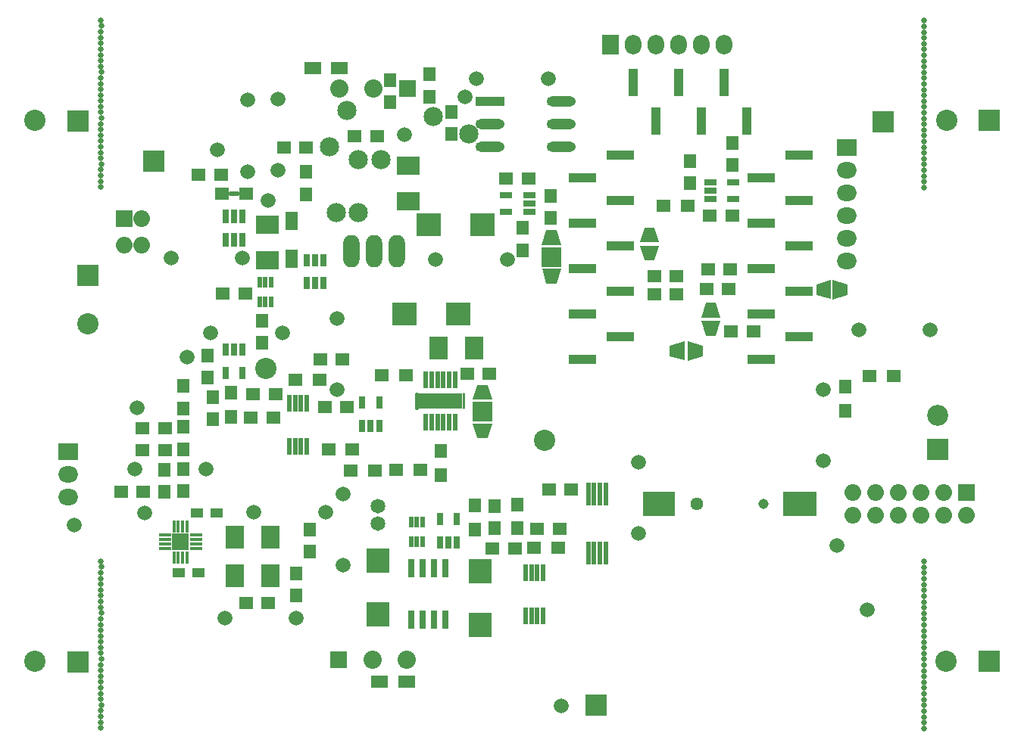
<source format=gts>
G04 #@! TF.FileFunction,Soldermask,Top*
%FSLAX46Y46*%
G04 Gerber Fmt 4.6, Leading zero omitted, Abs format (unit mm)*
G04 Created by KiCad (PCBNEW 4.0.6) date Friday, May 24, 2019 'PMt' 09:54:45 PM*
%MOMM*%
%LPD*%
G01*
G04 APERTURE LIST*
%ADD10C,0.100000*%
%ADD11R,0.550000X1.850000*%
%ADD12C,1.664000*%
%ADD13C,0.740000*%
%ADD14R,1.640000X1.440000*%
%ADD15R,2.375200X2.375200*%
%ADD16C,2.375200*%
%ADD17C,0.640000*%
%ADD18R,1.840000X1.840000*%
%ADD19C,2.040000*%
%ADD20R,2.340000X2.340000*%
%ADD21C,2.340000*%
%ADD22R,2.740000X2.540000*%
%ADD23R,1.867200X1.867200*%
%ADD24O,1.867200X1.867200*%
%ADD25R,3.800000X2.740000*%
%ADD26R,3.680000X2.740000*%
%ADD27C,1.140000*%
%ADD28C,1.440000*%
%ADD29R,1.390000X1.640000*%
%ADD30R,1.640000X1.390000*%
%ADD31R,2.140000X2.640000*%
%ADD32R,2.172000X2.172000*%
%ADD33R,3.240000X1.140000*%
%ADD34O,3.240000X1.140000*%
%ADD35R,0.770000X1.420000*%
%ADD36O,1.839260X3.640120*%
%ADD37R,1.440000X1.640000*%
%ADD38R,2.172000X1.867200*%
%ADD39O,2.172000X1.867200*%
%ADD40R,0.770000X1.620000*%
%ADD41R,1.420000X0.770000*%
%ADD42R,1.140000X3.140000*%
%ADD43R,3.140000X1.140000*%
%ADD44R,1.867200X2.172000*%
%ADD45O,1.867200X2.172000*%
%ADD46R,1.360000X2.050000*%
%ADD47R,0.570000X2.620000*%
%ADD48R,1.340000X1.040000*%
%ADD49C,0.420000*%
%ADD50R,1.320000X0.400000*%
%ADD51R,0.400000X1.320000*%
%ADD52R,1.971660X1.971660*%
%ADD53C,1.320000*%
%ADD54R,2.640000X2.140000*%
%ADD55C,1.620000*%
%ADD56R,0.570000X1.870000*%
%ADD57R,4.965000X1.771000*%
%ADD58R,0.540000X1.180000*%
%ADD59R,2.540000X2.740000*%
%ADD60R,0.740000X2.140000*%
%ADD61R,1.840000X1.440000*%
%ADD62C,1.640000*%
%ADD63C,2.140000*%
%ADD64C,0.254000*%
G04 APERTURE END LIST*
D10*
D11*
X73275000Y-97030000D03*
X73925000Y-97030000D03*
X74575000Y-97030000D03*
X75225000Y-97030000D03*
X75225000Y-92230000D03*
X74575000Y-92230000D03*
X73925000Y-92230000D03*
X73275000Y-92230000D03*
D12*
X38843146Y-44913146D03*
X44500000Y-50570000D03*
D13*
X44500000Y-50570000D03*
X38843146Y-44913146D03*
D14*
X42010000Y-49760000D03*
X39310000Y-49760000D03*
D15*
X125110000Y-41600000D03*
D16*
X120330000Y-41590000D03*
D17*
X117820000Y-49110000D03*
X117820000Y-48470000D03*
X117820000Y-47830000D03*
X117820000Y-47180000D03*
X117840000Y-46530000D03*
X117820000Y-45890000D03*
X117820000Y-45250000D03*
X117820000Y-44610000D03*
X117820000Y-39460000D03*
X117820000Y-40100000D03*
X117820000Y-40740000D03*
X117840000Y-41380000D03*
X117820000Y-42030000D03*
X117820000Y-42680000D03*
X117820000Y-43320000D03*
X117820000Y-43960000D03*
X117820000Y-33670000D03*
X117820000Y-33030000D03*
X117820000Y-32390000D03*
X117840000Y-31090000D03*
X117820000Y-30450000D03*
X117820000Y-34320000D03*
X117820000Y-34960000D03*
X117820000Y-35600000D03*
X117840000Y-36240000D03*
X117820000Y-36890000D03*
X117820000Y-37540000D03*
X117820000Y-38180000D03*
X117820000Y-38820000D03*
D15*
X23220000Y-41640000D03*
D16*
X18450000Y-41580000D03*
D17*
X25820000Y-38770000D03*
X25820000Y-38130000D03*
X25820000Y-37490000D03*
X25820000Y-36840000D03*
X25840000Y-36190000D03*
X25820000Y-35550000D03*
X25820000Y-34910000D03*
X25820000Y-34270000D03*
X25820000Y-30400000D03*
X25840000Y-31040000D03*
X25820000Y-31690000D03*
X25820000Y-32340000D03*
X25820000Y-32980000D03*
X25820000Y-33620000D03*
X25820000Y-43910000D03*
X25820000Y-43270000D03*
X25820000Y-42630000D03*
X25820000Y-41980000D03*
X25840000Y-41330000D03*
X25820000Y-40690000D03*
X25820000Y-40050000D03*
X25820000Y-39410000D03*
X25820000Y-44560000D03*
X25820000Y-45200000D03*
X25820000Y-45840000D03*
X25840000Y-46480000D03*
X25820000Y-47130000D03*
X25820000Y-47780000D03*
X25820000Y-48420000D03*
X25820000Y-49060000D03*
X25810000Y-109590000D03*
X25810000Y-108950000D03*
X25810000Y-108310000D03*
X25810000Y-107660000D03*
X25830000Y-107010000D03*
X25810000Y-106370000D03*
X25810000Y-105730000D03*
X25810000Y-105090000D03*
X25810000Y-99940000D03*
X25810000Y-100580000D03*
X25810000Y-101220000D03*
X25830000Y-101860000D03*
X25810000Y-102510000D03*
X25810000Y-103160000D03*
X25810000Y-103800000D03*
X25810000Y-104440000D03*
X25810000Y-94150000D03*
X25810000Y-93510000D03*
X25810000Y-92870000D03*
X25810000Y-92220000D03*
X25830000Y-91570000D03*
X25810000Y-90930000D03*
X25810000Y-94800000D03*
X25810000Y-95440000D03*
X25810000Y-96080000D03*
X25830000Y-96720000D03*
X25810000Y-97370000D03*
X25810000Y-98020000D03*
X25810000Y-98660000D03*
X25810000Y-99300000D03*
X117800000Y-99340000D03*
X117800000Y-98700000D03*
X117800000Y-98060000D03*
X117800000Y-97410000D03*
X117800000Y-104480000D03*
X117800000Y-103840000D03*
X117800000Y-103200000D03*
X117800000Y-102550000D03*
X117820000Y-101900000D03*
X117800000Y-101260000D03*
X117800000Y-100620000D03*
X117800000Y-99980000D03*
X117800000Y-105130000D03*
X117800000Y-105770000D03*
X117800000Y-106410000D03*
X117820000Y-107050000D03*
X117800000Y-107700000D03*
X117800000Y-108350000D03*
X117800000Y-108990000D03*
D18*
X52380000Y-101980000D03*
D19*
X56190000Y-101980000D03*
X60000000Y-101980000D03*
D18*
X60050000Y-38020000D03*
D19*
X56240000Y-38020000D03*
X52430000Y-38020000D03*
D16*
X44260000Y-69400000D03*
X24350000Y-64370000D03*
D15*
X24350000Y-58950000D03*
D20*
X119360000Y-78380000D03*
D21*
X119360000Y-74570000D03*
D22*
X59750000Y-63280000D03*
X65750000Y-63280000D03*
D23*
X122570000Y-83280000D03*
D24*
X122570000Y-85820000D03*
X120030000Y-83280000D03*
X120030000Y-85820000D03*
X117490000Y-83280000D03*
X117490000Y-85820000D03*
X114950000Y-83280000D03*
X114950000Y-85820000D03*
X112410000Y-83280000D03*
X112410000Y-85820000D03*
X109870000Y-83280000D03*
X109870000Y-85820000D03*
D25*
X103960000Y-84490000D03*
D26*
X88160000Y-84490000D03*
D27*
X99890000Y-84490000D03*
D28*
X92390000Y-84490000D03*
D29*
X38310000Y-75070000D03*
X38310000Y-72570000D03*
X43860000Y-66520000D03*
X43860000Y-64020000D03*
D30*
X32970000Y-76080000D03*
X30470000Y-76080000D03*
X30560000Y-83180000D03*
X28060000Y-83180000D03*
D29*
X47670000Y-92270000D03*
X47670000Y-94770000D03*
X37760000Y-67900000D03*
X37760000Y-70400000D03*
X35030000Y-71330000D03*
X35030000Y-73830000D03*
D30*
X45070000Y-74830000D03*
X42570000Y-74830000D03*
X44500000Y-95640000D03*
X42000000Y-95640000D03*
D22*
X62420000Y-53260000D03*
X68420000Y-53260000D03*
D29*
X48770000Y-49870000D03*
X48770000Y-47370000D03*
D30*
X54190000Y-43360000D03*
X56690000Y-43360000D03*
X48760000Y-44620000D03*
X46260000Y-44620000D03*
D29*
X62540000Y-36450000D03*
X62540000Y-38950000D03*
X64960000Y-43120000D03*
X64960000Y-40620000D03*
X58170000Y-39560000D03*
X58170000Y-37060000D03*
X76120000Y-50040000D03*
X76120000Y-52540000D03*
D30*
X73610000Y-48080000D03*
X71110000Y-48080000D03*
D29*
X72980000Y-56120000D03*
X72980000Y-53620000D03*
D30*
X52820000Y-68380000D03*
X50320000Y-68380000D03*
X42840000Y-72280000D03*
X45340000Y-72280000D03*
X50830000Y-73710000D03*
X53330000Y-73710000D03*
D31*
X63520000Y-67060000D03*
X67520000Y-67060000D03*
D30*
X66760000Y-69960000D03*
X69260000Y-69960000D03*
X93500000Y-60500000D03*
X96000000Y-60500000D03*
X87670000Y-59010000D03*
X90170000Y-59010000D03*
X90170000Y-61080000D03*
X87670000Y-61080000D03*
X96250000Y-65190000D03*
X98750000Y-65190000D03*
D29*
X96360000Y-44120000D03*
X96360000Y-46620000D03*
D30*
X93890000Y-52240000D03*
X96390000Y-52240000D03*
D29*
X91640000Y-46140000D03*
X91640000Y-48640000D03*
D10*
G36*
X91024570Y-66329430D02*
X91024570Y-68470570D01*
X89383430Y-67970570D01*
X89383430Y-66829430D01*
X91024570Y-66329430D01*
X91024570Y-66329430D01*
G37*
G36*
X91404000Y-68482000D02*
X91404000Y-66318000D01*
X93068000Y-66818000D01*
X93068000Y-67982000D01*
X91404000Y-68482000D01*
X91404000Y-68482000D01*
G37*
G36*
X86059430Y-55635430D02*
X88200570Y-55635430D01*
X87700570Y-57276570D01*
X86559430Y-57276570D01*
X86059430Y-55635430D01*
X86059430Y-55635430D01*
G37*
G36*
X88212000Y-55256000D02*
X86048000Y-55256000D01*
X86548000Y-53592000D01*
X87712000Y-53592000D01*
X88212000Y-55256000D01*
X88212000Y-55256000D01*
G37*
G36*
X95060570Y-63664570D02*
X92919430Y-63664570D01*
X93419430Y-62023430D01*
X94560570Y-62023430D01*
X95060570Y-63664570D01*
X95060570Y-63664570D01*
G37*
G36*
X92908000Y-64044000D02*
X95072000Y-64044000D01*
X94572000Y-65708000D01*
X93408000Y-65708000D01*
X92908000Y-64044000D01*
X92908000Y-64044000D01*
G37*
G36*
X69552000Y-72853000D02*
X67388000Y-72853000D01*
X67888000Y-71189000D01*
X69052000Y-71189000D01*
X69552000Y-72853000D01*
X69552000Y-72853000D01*
G37*
G36*
X67399430Y-75518430D02*
X69540570Y-75518430D01*
X69040570Y-77159570D01*
X67899430Y-77159570D01*
X67399430Y-75518430D01*
X67399430Y-75518430D01*
G37*
D32*
X68470000Y-74180000D03*
D14*
X50250000Y-70630000D03*
X47550000Y-70630000D03*
D33*
X69310000Y-39470000D03*
D34*
X77250000Y-39470000D03*
X69310000Y-42010000D03*
X77250000Y-42010000D03*
X69310000Y-44550000D03*
X77250000Y-44550000D03*
D35*
X49760000Y-57230000D03*
X48810000Y-59830000D03*
X49760000Y-59830000D03*
X50710000Y-59830000D03*
X50710000Y-57230000D03*
X48810000Y-57230000D03*
D36*
X56310000Y-56270000D03*
X53770000Y-56270000D03*
X58850000Y-56270000D03*
D37*
X40390000Y-72070000D03*
X40390000Y-74770000D03*
X109020000Y-71380000D03*
X109020000Y-74080000D03*
D14*
X53750000Y-80750000D03*
X56450000Y-80750000D03*
X51230000Y-78460000D03*
X53930000Y-78460000D03*
D37*
X63790000Y-78570000D03*
X63790000Y-81270000D03*
D14*
X59890000Y-70080000D03*
X57190000Y-70080000D03*
X91400000Y-51130000D03*
X88700000Y-51130000D03*
D38*
X22150000Y-78660000D03*
D39*
X22150000Y-81200000D03*
X22150000Y-83740000D03*
D35*
X41630000Y-67260000D03*
X40680000Y-67260000D03*
X39730000Y-67260000D03*
X39730000Y-69860000D03*
X41630000Y-69860000D03*
D40*
X41650000Y-52300000D03*
X40700000Y-52300000D03*
X39750000Y-52300000D03*
X39750000Y-55000000D03*
X41650000Y-55000000D03*
X40700000Y-55000000D03*
D41*
X73720000Y-51830000D03*
X73720000Y-50880000D03*
X73720000Y-49930000D03*
X71120000Y-49930000D03*
X71120000Y-51830000D03*
D35*
X55010000Y-75770000D03*
X55960000Y-75770000D03*
X56910000Y-75770000D03*
X56910000Y-73170000D03*
X55010000Y-73170000D03*
D41*
X93920000Y-48510000D03*
X93920000Y-49460000D03*
X93920000Y-50410000D03*
X96520000Y-50410000D03*
X96520000Y-48510000D03*
D12*
X77250000Y-107130000D03*
D15*
X81190000Y-107020000D03*
X113270000Y-41800000D03*
X31740000Y-46180000D03*
D42*
X85332850Y-37365150D03*
X87872850Y-41665150D03*
X90412850Y-37365150D03*
X92952850Y-41665150D03*
X95492850Y-37365150D03*
X98032850Y-41665150D03*
D43*
X83895100Y-45525400D03*
X79595100Y-48065400D03*
X83895100Y-50605400D03*
X79595100Y-53145400D03*
X83895100Y-55685400D03*
X79595100Y-58225400D03*
X83895100Y-60765400D03*
X79595100Y-63305400D03*
X83895100Y-65845400D03*
X79595100Y-68385400D03*
X103890000Y-45500000D03*
X99590000Y-48040000D03*
X103890000Y-50580000D03*
X99590000Y-53120000D03*
X103890000Y-55660000D03*
X99590000Y-58200000D03*
X103890000Y-60740000D03*
X99590000Y-63280000D03*
X103890000Y-65820000D03*
X99590000Y-68360000D03*
D30*
X36720000Y-47720000D03*
X39220000Y-47720000D03*
D23*
X28390000Y-52580000D03*
D24*
X28390000Y-55570000D03*
X30390000Y-52580000D03*
X30390000Y-55570000D03*
D44*
X82790000Y-33110000D03*
D45*
X85330000Y-33110000D03*
X87870000Y-33110000D03*
X90410000Y-33110000D03*
X92950000Y-33110000D03*
X95490000Y-33110000D03*
D38*
X109190000Y-44650000D03*
D39*
X109190000Y-47190000D03*
X109190000Y-49730000D03*
X109190000Y-52270000D03*
X109190000Y-54810000D03*
X109190000Y-57350000D03*
D29*
X49190000Y-87390000D03*
X49190000Y-89890000D03*
D30*
X32970000Y-78500000D03*
X30470000Y-78500000D03*
D16*
X75360000Y-77380000D03*
D10*
G36*
X107424570Y-59469430D02*
X107424570Y-61610570D01*
X105783430Y-61110570D01*
X105783430Y-59969430D01*
X107424570Y-59469430D01*
X107424570Y-59469430D01*
G37*
G36*
X107604000Y-61622000D02*
X107604000Y-59458000D01*
X109268000Y-59958000D01*
X109268000Y-61122000D01*
X107604000Y-61622000D01*
X107604000Y-61622000D01*
G37*
D29*
X35030000Y-75910000D03*
X35030000Y-78410000D03*
X35010000Y-80610000D03*
X35010000Y-83110000D03*
D46*
X47080000Y-57125000D03*
X47080000Y-52855000D03*
D29*
X32890000Y-83170000D03*
X32890000Y-80670000D03*
D17*
X117800000Y-109630000D03*
D16*
X120310000Y-102110000D03*
D15*
X125090000Y-102120000D03*
D16*
X18440000Y-102110000D03*
D15*
X23210000Y-102170000D03*
D30*
X78400000Y-82910000D03*
X75900000Y-82910000D03*
D14*
X114420000Y-70210000D03*
X111720000Y-70210000D03*
D47*
X80285000Y-90010000D03*
X80935000Y-90010000D03*
X81585000Y-90010000D03*
X82235000Y-90010000D03*
X82235000Y-83410000D03*
X81585000Y-83410000D03*
X80935000Y-83410000D03*
X80285000Y-83410000D03*
D10*
G36*
X77262000Y-55553000D02*
X75098000Y-55553000D01*
X75598000Y-53889000D01*
X76762000Y-53889000D01*
X77262000Y-55553000D01*
X77262000Y-55553000D01*
G37*
G36*
X75109430Y-58218430D02*
X77250570Y-58218430D01*
X76750570Y-59859570D01*
X75609430Y-59859570D01*
X75109430Y-58218430D01*
X75109430Y-58218430D01*
G37*
D32*
X76180000Y-56880000D03*
D30*
X96150000Y-58310000D03*
X93650000Y-58310000D03*
X74590000Y-87280000D03*
X77090000Y-87280000D03*
X69590000Y-89470000D03*
X72090000Y-89470000D03*
D29*
X69785000Y-84745000D03*
X69785000Y-87245000D03*
D48*
X38710000Y-85500000D03*
X36510000Y-85500000D03*
X36700000Y-92210000D03*
X34500000Y-92210000D03*
D14*
X76890000Y-89460000D03*
X74190000Y-89460000D03*
D49*
X34986860Y-88018160D03*
X34461080Y-88018160D03*
X33965780Y-88028320D03*
X33958160Y-88490600D03*
X33955620Y-89008760D03*
X33975940Y-89511680D03*
X34438220Y-89516760D03*
X34946220Y-89529460D03*
X35444060Y-89506600D03*
X35459300Y-89006220D03*
X35459300Y-88505840D03*
D50*
X36440000Y-89520000D03*
X36440000Y-89020000D03*
X36440000Y-88520000D03*
X36440000Y-88020000D03*
D51*
X35460000Y-87044420D03*
X34960000Y-87044420D03*
X34460000Y-87044420D03*
X33960000Y-87044420D03*
D50*
X32984420Y-88020000D03*
X32984420Y-88520000D03*
X32984420Y-89020000D03*
X32984420Y-89520000D03*
D51*
X33960000Y-90495580D03*
X34460000Y-90495580D03*
X34960000Y-90495580D03*
X35460000Y-90495580D03*
D52*
X34710000Y-88770000D03*
D49*
X35433900Y-88038480D03*
D53*
X34710000Y-88770000D03*
D12*
X39670000Y-97290000D03*
X47670000Y-97290000D03*
D13*
X47670000Y-97290000D03*
X39670000Y-97290000D03*
D12*
X22831538Y-86889185D03*
X30710000Y-85500000D03*
D13*
X30710000Y-85500000D03*
X22831538Y-86889185D03*
D12*
X29580000Y-80660000D03*
X37580000Y-80660000D03*
D13*
X37580000Y-80660000D03*
X29580000Y-80660000D03*
D12*
X29813146Y-73776854D03*
X35470000Y-68120000D03*
D13*
X35470000Y-68120000D03*
X29813146Y-73776854D03*
D12*
X52840000Y-91400000D03*
X52840000Y-83400000D03*
D13*
X52840000Y-83400000D03*
X52840000Y-91400000D03*
D12*
X52200000Y-71740000D03*
X52200000Y-63740000D03*
D13*
X52200000Y-63740000D03*
X52200000Y-71740000D03*
D12*
X33630000Y-56970000D03*
X41630000Y-56970000D03*
D13*
X41630000Y-56970000D03*
X33630000Y-56970000D03*
D12*
X38100000Y-65360000D03*
X46100000Y-65360000D03*
D13*
X46100000Y-65360000D03*
X38100000Y-65360000D03*
D12*
X45620000Y-39180000D03*
X45620000Y-47180000D03*
D13*
X45620000Y-47180000D03*
X45620000Y-39180000D03*
D12*
X75810000Y-36940000D03*
X67810000Y-36940000D03*
D13*
X67810000Y-36940000D03*
X75810000Y-36940000D03*
D12*
X63220000Y-57210000D03*
X71220000Y-57210000D03*
D13*
X71220000Y-57210000D03*
X63220000Y-57210000D03*
D12*
X42190000Y-39330000D03*
X42190000Y-47330000D03*
D13*
X42190000Y-47330000D03*
X42190000Y-39330000D03*
D12*
X118500000Y-65070000D03*
X110500000Y-65070000D03*
D13*
X110500000Y-65070000D03*
X118500000Y-65070000D03*
D12*
X106560000Y-79690000D03*
X106560000Y-71690000D03*
D13*
X106560000Y-71690000D03*
X106560000Y-79690000D03*
D12*
X111430946Y-96400462D03*
X108050000Y-89150000D03*
D13*
X108050000Y-89150000D03*
X111430946Y-96400462D03*
D12*
X85920000Y-79840000D03*
X85920000Y-87840000D03*
D13*
X85920000Y-87840000D03*
X85920000Y-79840000D03*
D12*
X66524385Y-38970646D03*
X59740000Y-43210000D03*
D13*
X59740000Y-43210000D03*
X66524385Y-38970646D03*
D54*
X44400000Y-53240000D03*
X44400000Y-57240000D03*
D11*
X46855000Y-78060000D03*
X47505000Y-78060000D03*
X48155000Y-78060000D03*
X48805000Y-78060000D03*
X48805000Y-73260000D03*
X48155000Y-73260000D03*
X47505000Y-73260000D03*
X46855000Y-73260000D03*
D12*
X50890000Y-85440000D03*
X42890000Y-85440000D03*
D13*
X42890000Y-85440000D03*
X50890000Y-85440000D03*
D55*
X63762700Y-72977140D03*
D56*
X65375000Y-75400000D03*
X64725000Y-75400000D03*
X62125000Y-70600000D03*
X62775000Y-70600000D03*
X62125000Y-75400000D03*
X62775000Y-75400000D03*
X63425000Y-75400000D03*
X64075000Y-75400000D03*
X65375000Y-70600000D03*
X64725000Y-70600000D03*
X64075000Y-70600000D03*
X63425000Y-70600000D03*
D57*
X63750000Y-73000000D03*
D55*
X65350000Y-73000000D03*
X62150000Y-73000000D03*
D30*
X41930000Y-60940000D03*
X39430000Y-60940000D03*
D58*
X44850000Y-59750000D03*
X44200000Y-59750000D03*
X43550000Y-59750000D03*
X43550000Y-61950000D03*
X44850000Y-61950000D03*
X44200000Y-61950000D03*
D54*
X60150000Y-50640000D03*
X60150000Y-46640000D03*
D59*
X56745000Y-90905000D03*
X56745000Y-96905000D03*
X68170000Y-98020000D03*
X68170000Y-92020000D03*
D58*
X61775000Y-86545000D03*
X61125000Y-86545000D03*
X60475000Y-86545000D03*
X60475000Y-88745000D03*
X61775000Y-88745000D03*
X61125000Y-88745000D03*
D31*
X40780000Y-92540000D03*
X44780000Y-92540000D03*
X40780000Y-88260000D03*
X44780000Y-88260000D03*
D14*
X61480000Y-80720000D03*
X58780000Y-80720000D03*
D37*
X72370000Y-84560000D03*
X72370000Y-87260000D03*
X67625000Y-84665000D03*
X67625000Y-87365000D03*
D60*
X60530000Y-97475000D03*
X61800000Y-97475000D03*
X63070000Y-97475000D03*
X64340000Y-97475000D03*
X64340000Y-91675000D03*
X63070000Y-91675000D03*
X61800000Y-91675000D03*
X60530000Y-91675000D03*
D35*
X63685000Y-88795000D03*
X64635000Y-88795000D03*
X65585000Y-88795000D03*
X65585000Y-86195000D03*
X63685000Y-86195000D03*
D61*
X59950000Y-104380000D03*
X56950000Y-104380000D03*
X52460000Y-35780000D03*
X49460000Y-35780000D03*
D17*
X117820000Y-31740000D03*
X117820000Y-91610000D03*
X117800000Y-92260000D03*
X117800000Y-92910000D03*
X117800000Y-93550000D03*
X117800000Y-94190000D03*
X117800000Y-94840000D03*
X117800000Y-95480000D03*
X117800000Y-96120000D03*
X117820000Y-96760000D03*
X117800000Y-90970000D03*
D62*
X56760000Y-84730000D03*
X56760000Y-86730000D03*
D63*
X54590000Y-45950000D03*
X54590000Y-51950000D03*
X52090000Y-51950000D03*
X57090000Y-45950000D03*
X51325100Y-44520000D03*
X53268200Y-40520000D03*
X62930000Y-41195100D03*
X66930000Y-43138200D03*
D64*
G36*
X61163000Y-73883000D02*
X61007000Y-73883000D01*
X61007000Y-72147000D01*
X61163000Y-72147000D01*
X61163000Y-73883000D01*
X61163000Y-73883000D01*
G37*
X61163000Y-73883000D02*
X61007000Y-73883000D01*
X61007000Y-72147000D01*
X61163000Y-72147000D01*
X61163000Y-73883000D01*
G36*
X66383000Y-73803000D02*
X66327000Y-73803000D01*
X66327000Y-72167000D01*
X66383000Y-72167000D01*
X66383000Y-73803000D01*
X66383000Y-73803000D01*
G37*
X66383000Y-73803000D02*
X66327000Y-73803000D01*
X66327000Y-72167000D01*
X66383000Y-72167000D01*
X66383000Y-73803000D01*
G36*
X41073000Y-49853000D02*
X40197000Y-49853000D01*
X40197000Y-49657000D01*
X41073000Y-49657000D01*
X41073000Y-49853000D01*
X41073000Y-49853000D01*
G37*
X41073000Y-49853000D02*
X40197000Y-49853000D01*
X40197000Y-49657000D01*
X41073000Y-49657000D01*
X41073000Y-49853000D01*
M02*

</source>
